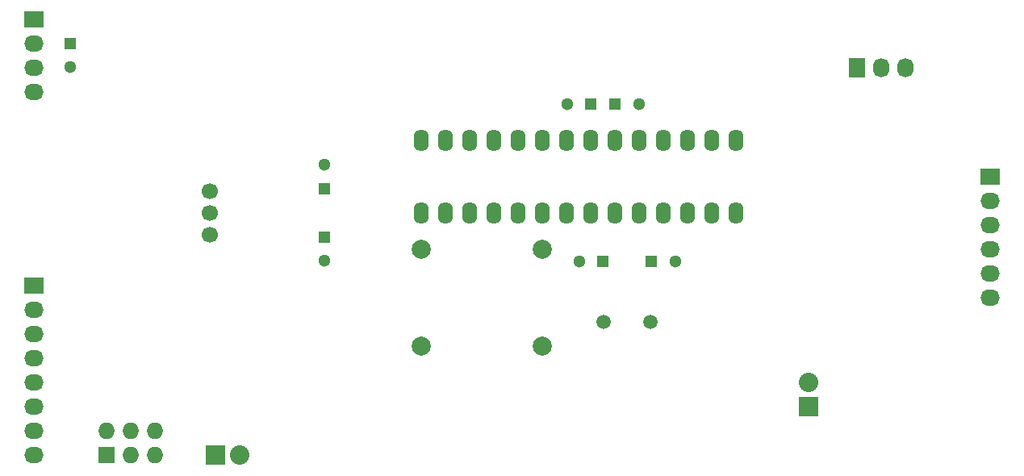
<source format=gts>
G04 #@! TF.FileFunction,Soldermask,Top*
%FSLAX46Y46*%
G04 Gerber Fmt 4.6, Leading zero omitted, Abs format (unit mm)*
G04 Created by KiCad (PCBNEW (2015-10-31 BZR 6288)-product) date Sunday, February 14, 2016 'PMt' 02:04:00 PM*
%MOMM*%
G01*
G04 APERTURE LIST*
%ADD10C,0.100000*%
%ADD11R,1.300000X1.300000*%
%ADD12C,1.300000*%
%ADD13O,1.600000X2.300000*%
%ADD14R,1.727200X2.032000*%
%ADD15O,1.727200X2.032000*%
%ADD16R,2.032000X1.727200*%
%ADD17O,2.032000X1.727200*%
%ADD18R,1.727200X1.727200*%
%ADD19O,1.727200X1.727200*%
%ADD20R,2.032000X2.032000*%
%ADD21O,2.032000X2.032000*%
%ADD22C,1.998980*%
%ADD23C,1.501140*%
%ADD24C,1.699260*%
G04 APERTURE END LIST*
D10*
D11*
X182880000Y-88900000D03*
D12*
X185380000Y-88900000D03*
D11*
X125730000Y-82550000D03*
D12*
X125730000Y-85050000D03*
D11*
X180340000Y-88900000D03*
D12*
X177840000Y-88900000D03*
D11*
X186690000Y-105410000D03*
D12*
X189190000Y-105410000D03*
D11*
X181610000Y-105410000D03*
D12*
X179110000Y-105410000D03*
D11*
X152400000Y-102870000D03*
D12*
X152400000Y-105370000D03*
D11*
X152400000Y-97790000D03*
D12*
X152400000Y-95290000D03*
D13*
X162560000Y-100330000D03*
X165100000Y-100330000D03*
X167640000Y-100330000D03*
X170180000Y-100330000D03*
X172720000Y-100330000D03*
X175260000Y-100330000D03*
X177800000Y-100330000D03*
X180340000Y-100330000D03*
X182880000Y-100330000D03*
X185420000Y-100330000D03*
X187960000Y-100330000D03*
X190500000Y-100330000D03*
X193040000Y-100330000D03*
X195580000Y-100330000D03*
X195580000Y-92710000D03*
X193040000Y-92710000D03*
X190500000Y-92710000D03*
X187960000Y-92710000D03*
X185420000Y-92710000D03*
X182880000Y-92710000D03*
X180340000Y-92710000D03*
X177800000Y-92710000D03*
X175260000Y-92710000D03*
X172720000Y-92710000D03*
X170180000Y-92710000D03*
X167640000Y-92710000D03*
X165100000Y-92710000D03*
X162560000Y-92710000D03*
D14*
X208280000Y-85090000D03*
D15*
X210820000Y-85090000D03*
X213360000Y-85090000D03*
D16*
X121920000Y-80010000D03*
D17*
X121920000Y-82550000D03*
X121920000Y-85090000D03*
X121920000Y-87630000D03*
D16*
X121920000Y-107950000D03*
D17*
X121920000Y-110490000D03*
X121920000Y-113030000D03*
X121920000Y-115570000D03*
X121920000Y-118110000D03*
X121920000Y-120650000D03*
X121920000Y-123190000D03*
X121920000Y-125730000D03*
D16*
X222250000Y-96520000D03*
D17*
X222250000Y-99060000D03*
X222250000Y-101600000D03*
X222250000Y-104140000D03*
X222250000Y-106680000D03*
X222250000Y-109220000D03*
D18*
X129540000Y-125730000D03*
D19*
X129540000Y-123190000D03*
X132080000Y-125730000D03*
X132080000Y-123190000D03*
X134620000Y-125730000D03*
X134620000Y-123190000D03*
D20*
X203200000Y-120650000D03*
D21*
X203200000Y-118110000D03*
D20*
X140970000Y-125730000D03*
D21*
X143510000Y-125730000D03*
D22*
X162560000Y-104140000D03*
X162560000Y-114300000D03*
X175260000Y-114300000D03*
X175260000Y-104140000D03*
D23*
X181709060Y-111760000D03*
X186590940Y-111760000D03*
D24*
X140335000Y-100330000D03*
X140335000Y-98038920D03*
X140335000Y-102621080D03*
M02*

</source>
